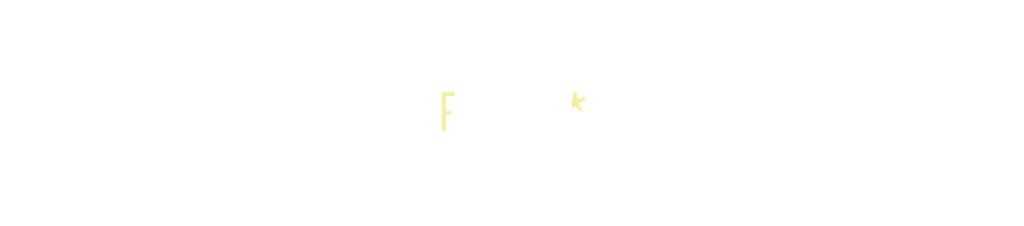
<source format=kicad_pcb>
(kicad_pcb (version 20240108) (generator pcbnew)
  (layers (0 "F.Cu" signal) (31 "B.Cu" signal) (34 "B.Paste" user) (35 "F.Paste" user) (36 "B.SilkS" user "B.Silkscreen") (37 "F.SilkS" user "F.Silkscreen") (38 "B.Mask" user) (39 "F.Mask" user) (44 "Edge.Cuts" user))
  (net 0 "")
  (footprint "MountingHole_4.3mm_M4_DIN965_Pad" (layer "F.Cu") (at 0 0)
    (property "Reference" "REF**")
    (property "Value" "MountingHole_4.3mm_M4_DIN965_Pad")
    (pad "1" thru_hole circle (at 0 0) (size 7.5 7.5) (drill 4.3) (layers *.Cu *.Mask) (remove_unused_layers))
  )
)
</source>
